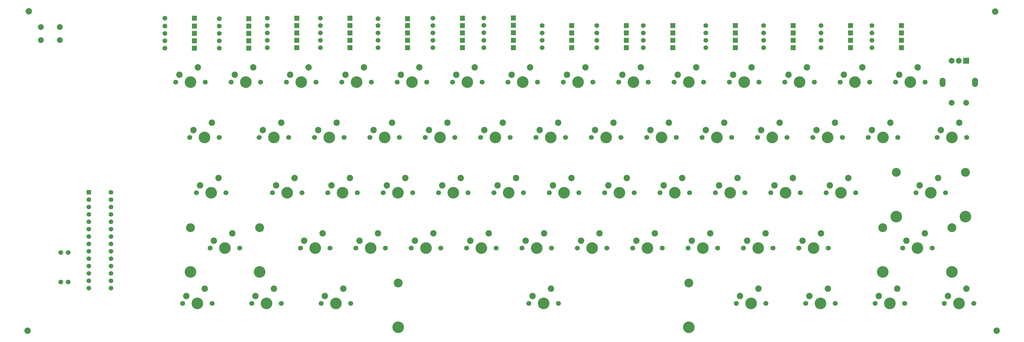
<source format=gbr>
%TF.GenerationSoftware,KiCad,Pcbnew,(7.0.0)*%
%TF.CreationDate,2023-12-21T18:15:09-08:00*%
%TF.ProjectId,Seeb61,53656562-3631-42e6-9b69-6361645f7063,rev?*%
%TF.SameCoordinates,Original*%
%TF.FileFunction,Soldermask,Top*%
%TF.FilePolarity,Negative*%
%FSLAX46Y46*%
G04 Gerber Fmt 4.6, Leading zero omitted, Abs format (unit mm)*
G04 Created by KiCad (PCBNEW (7.0.0)) date 2023-12-21 18:15:09*
%MOMM*%
%LPD*%
G01*
G04 APERTURE LIST*
%ADD10C,3.050000*%
%ADD11C,4.000000*%
%ADD12C,1.700000*%
%ADD13C,2.200000*%
%ADD14C,1.651000*%
%ADD15R,1.651000X1.651000*%
%ADD16R,1.600000X1.600000*%
%ADD17C,1.600000*%
%ADD18C,2.000000*%
%ADD19O,2.000000X3.200000*%
%ADD20R,2.000000X2.000000*%
G04 APERTURE END LIST*
D10*
%TO.C,MX22*%
X237236000Y-179705000D03*
D11*
X237236000Y-194945000D03*
D12*
X244056000Y-186705000D03*
D11*
X249136000Y-186705000D03*
D12*
X254216000Y-186705000D03*
D10*
X261036000Y-179705000D03*
D11*
X261036000Y-194945000D03*
D13*
X251676000Y-181625000D03*
X245326000Y-184165000D03*
%TD*%
D10*
%TO.C,MX55*%
X480060000Y-160655000D03*
D11*
X480060000Y-175895000D03*
D12*
X486880000Y-167655000D03*
D11*
X491960000Y-167655000D03*
D12*
X497040000Y-167655000D03*
D10*
X503860000Y-160655000D03*
D11*
X503860000Y-175895000D03*
D13*
X494500000Y-162575000D03*
X488150000Y-165115000D03*
%TD*%
D14*
%TO.C,D27*%
X320675000Y-110109000D03*
D15*
X330834999Y-110108999D03*
%TD*%
D12*
%TO.C,MX48*%
X470408000Y-148590000D03*
D11*
X475488000Y-148590000D03*
D12*
X480568000Y-148590000D03*
D13*
X478028000Y-143510000D03*
X471678000Y-146050000D03*
%TD*%
D12*
%TO.C,MX52*%
X417830000Y-167640000D03*
D11*
X422910000Y-167640000D03*
D12*
X427990000Y-167640000D03*
D13*
X425450000Y-162560000D03*
X419100000Y-165100000D03*
%TD*%
D14*
%TO.C,D69*%
X471678000Y-110109000D03*
D15*
X481837999Y-110108999D03*
%TD*%
D14*
%TO.C,D49*%
X393065000Y-110109000D03*
D15*
X403224999Y-110108999D03*
%TD*%
D14*
%TO.C,D46*%
X393065000Y-117729000D03*
D15*
X403224999Y-117728999D03*
%TD*%
D12*
%TO.C,MX8*%
X236982000Y-148590000D03*
D11*
X242062000Y-148590000D03*
D12*
X247142000Y-148590000D03*
D13*
X244602000Y-143510000D03*
X238252000Y-146050000D03*
%TD*%
D14*
%TO.C,D38*%
X358267000Y-112649000D03*
D15*
X368426999Y-112648999D03*
%TD*%
D12*
%TO.C,MX45*%
X413258000Y-148590000D03*
D11*
X418338000Y-148590000D03*
D12*
X423418000Y-148590000D03*
D13*
X420878000Y-143510000D03*
X414528000Y-146050000D03*
%TD*%
D12*
%TO.C,MX11*%
X298958000Y-148590000D03*
D11*
X304038000Y-148590000D03*
D12*
X309118000Y-148590000D03*
D13*
X306578000Y-143510000D03*
X300228000Y-146050000D03*
%TD*%
D14*
%TO.C,D9*%
X247142000Y-115316000D03*
D15*
X257301999Y-115315999D03*
%TD*%
D12*
%TO.C,MX34*%
X448945000Y-205740000D03*
D11*
X454025000Y-205740000D03*
D12*
X459105000Y-205740000D03*
D13*
X456565000Y-200660000D03*
X450215000Y-203200000D03*
%TD*%
D12*
%TO.C,MX9*%
X260858000Y-148590000D03*
D11*
X265938000Y-148590000D03*
D12*
X271018000Y-148590000D03*
D13*
X268478000Y-143510000D03*
X262128000Y-146050000D03*
%TD*%
D12*
%TO.C,MX62*%
X496570000Y-205740000D03*
D11*
X501650000Y-205740000D03*
D12*
X506730000Y-205740000D03*
D13*
X504190000Y-200660000D03*
X497840000Y-203200000D03*
%TD*%
D12*
%TO.C,MX51*%
X398780000Y-167640000D03*
D11*
X403860000Y-167640000D03*
D12*
X408940000Y-167640000D03*
D13*
X406400000Y-162560000D03*
X400050000Y-165100000D03*
%TD*%
D14*
%TO.C,D26*%
X301752000Y-110109000D03*
D15*
X311911999Y-110108999D03*
%TD*%
D14*
%TO.C,D29*%
X228473000Y-107569000D03*
D15*
X238632999Y-107568999D03*
%TD*%
D14*
%TO.C,D44*%
X377063000Y-110109000D03*
D15*
X387222999Y-110108999D03*
%TD*%
D12*
%TO.C,MX21*%
X360680000Y-167640000D03*
D11*
X365760000Y-167640000D03*
D12*
X370840000Y-167640000D03*
D13*
X368300000Y-162560000D03*
X361950000Y-165100000D03*
%TD*%
D12*
%TO.C,MX18*%
X303530000Y-167640000D03*
D11*
X308610000Y-167640000D03*
D12*
X313690000Y-167640000D03*
D13*
X311150000Y-162560000D03*
X304800000Y-165100000D03*
%TD*%
D14*
%TO.C,D13*%
X320675000Y-115189000D03*
D15*
X330834999Y-115188999D03*
%TD*%
D14*
%TO.C,D67*%
X471678000Y-115189000D03*
D15*
X481837999Y-115188999D03*
%TD*%
D14*
%TO.C,D64*%
X454152000Y-110109000D03*
D15*
X464311999Y-110108999D03*
%TD*%
D12*
%TO.C,MX25*%
X313182000Y-186690000D03*
D11*
X318262000Y-186690000D03*
D12*
X323342000Y-186690000D03*
D13*
X320802000Y-181610000D03*
X314452000Y-184150000D03*
%TD*%
D14*
%TO.C,D15*%
X228473000Y-112776000D03*
D15*
X238632999Y-112775999D03*
%TD*%
D14*
%TO.C,D41*%
X377063000Y-117729000D03*
D15*
X387222999Y-117728999D03*
%TD*%
D12*
%TO.C,MX26*%
X332232000Y-186690000D03*
D11*
X337312000Y-186690000D03*
D12*
X342392000Y-186690000D03*
D13*
X339852000Y-181610000D03*
X333502000Y-184150000D03*
%TD*%
%TO.C,M2*%
X181610000Y-105156000D03*
%TD*%
D16*
%TO.C,U2*%
X202310999Y-167512999D03*
D17*
X202311000Y-170053000D03*
X202311000Y-172593000D03*
X202311000Y-175133000D03*
X202311000Y-177673000D03*
X202311000Y-180213000D03*
X202311000Y-182753000D03*
X202311000Y-185293000D03*
X202311000Y-187833000D03*
X202311000Y-190373000D03*
X202311000Y-192913000D03*
X202311000Y-195453000D03*
X202311000Y-197993000D03*
X202311000Y-200533000D03*
X209931000Y-200533000D03*
X209931000Y-197993000D03*
X209931000Y-195453000D03*
X209931000Y-192913000D03*
X209931000Y-190373000D03*
X209931000Y-187833000D03*
X209931000Y-185293000D03*
X209931000Y-182753000D03*
X209931000Y-180213000D03*
X209931000Y-177673000D03*
X209931000Y-175133000D03*
X209931000Y-172593000D03*
X209931000Y-170053000D03*
X209931000Y-167513000D03*
%TD*%
D14*
%TO.C,D5*%
X301752000Y-117729000D03*
D15*
X311911999Y-117728999D03*
%TD*%
D12*
%TO.C,MX57*%
X389382000Y-186690000D03*
D11*
X394462000Y-186690000D03*
D12*
X399542000Y-186690000D03*
D13*
X397002000Y-181610000D03*
X390652000Y-184150000D03*
%TD*%
D14*
%TO.C,D7*%
X338201000Y-117729000D03*
D15*
X348360999Y-117728999D03*
%TD*%
D12*
%TO.C,MX1*%
X232156000Y-129540000D03*
D11*
X237236000Y-129540000D03*
D12*
X242316000Y-129540000D03*
D13*
X239776000Y-124460000D03*
X233426000Y-127000000D03*
%TD*%
D12*
%TO.C,MX58*%
X408432000Y-186690000D03*
D11*
X413512000Y-186690000D03*
D12*
X418592000Y-186690000D03*
D13*
X416052000Y-181610000D03*
X409702000Y-184150000D03*
%TD*%
D14*
%TO.C,D6*%
X320675000Y-117729000D03*
D15*
X330834999Y-117728999D03*
%TD*%
D12*
%TO.C,MX41*%
X460756000Y-129540000D03*
D11*
X465836000Y-129540000D03*
D12*
X470916000Y-129540000D03*
D13*
X468376000Y-124460000D03*
X462026000Y-127000000D03*
%TD*%
D14*
%TO.C,D16*%
X247142000Y-112776000D03*
D15*
X257301999Y-112775999D03*
%TD*%
D12*
%TO.C,MX15*%
X239268000Y-167640000D03*
D11*
X244348000Y-167640000D03*
D12*
X249428000Y-167640000D03*
D13*
X246888000Y-162560000D03*
X240538000Y-165100000D03*
%TD*%
D12*
%TO.C,MX39*%
X422656000Y-129540000D03*
D11*
X427736000Y-129540000D03*
D12*
X432816000Y-129540000D03*
D13*
X430276000Y-124460000D03*
X423926000Y-127000000D03*
%TD*%
D12*
%TO.C,MX12*%
X318008000Y-148590000D03*
D11*
X323088000Y-148590000D03*
D12*
X328168000Y-148590000D03*
D13*
X325628000Y-143510000D03*
X319278000Y-146050000D03*
%TD*%
D14*
%TO.C,R1*%
X192659000Y-198374000D03*
X192659000Y-188214000D03*
%TD*%
D12*
%TO.C,MX6*%
X327406000Y-129540000D03*
D11*
X332486000Y-129540000D03*
D12*
X337566000Y-129540000D03*
D13*
X335026000Y-124460000D03*
X328676000Y-127000000D03*
%TD*%
D14*
%TO.C,D58*%
X434467000Y-112649000D03*
D15*
X444626999Y-112648999D03*
%TD*%
D18*
%TO.C,SW1*%
X185778000Y-110562000D03*
X192278000Y-110562000D03*
X185778000Y-115062000D03*
X192278000Y-115062000D03*
%TD*%
D12*
%TO.C,MX38*%
X403606000Y-129540000D03*
D11*
X408686000Y-129540000D03*
D12*
X413766000Y-129540000D03*
D13*
X411226000Y-124460000D03*
X404876000Y-127000000D03*
%TD*%
D14*
%TO.C,D66*%
X471678000Y-117729000D03*
D15*
X481837999Y-117728999D03*
%TD*%
D12*
%TO.C,MX13*%
X337058000Y-148590000D03*
D11*
X342138000Y-148590000D03*
D12*
X347218000Y-148590000D03*
D13*
X344678000Y-143510000D03*
X338328000Y-146050000D03*
%TD*%
D14*
%TO.C,D59*%
X434467000Y-110109000D03*
D15*
X444626999Y-110108999D03*
%TD*%
D14*
%TO.C,R2*%
X195199000Y-198374000D03*
X195199000Y-188214000D03*
%TD*%
%TO.C,D17*%
X263652000Y-112649000D03*
D15*
X273811999Y-112648999D03*
%TD*%
D13*
%TO.C,M2*%
X181229000Y-215138000D03*
%TD*%
D12*
%TO.C,MX3*%
X270256000Y-129540000D03*
D11*
X275336000Y-129540000D03*
D12*
X280416000Y-129540000D03*
D13*
X277876000Y-124460000D03*
X271526000Y-127000000D03*
%TD*%
D14*
%TO.C,D30*%
X247142000Y-107696000D03*
D15*
X257301999Y-107695999D03*
%TD*%
D12*
%TO.C,MX31*%
X282194000Y-205740000D03*
D11*
X287274000Y-205740000D03*
D12*
X292354000Y-205740000D03*
D13*
X289814000Y-200660000D03*
X283464000Y-203200000D03*
%TD*%
D14*
%TO.C,D25*%
X281940000Y-110109000D03*
D15*
X292099999Y-110108999D03*
%TD*%
D13*
%TO.C,M2*%
X514096000Y-105283000D03*
%TD*%
D14*
%TO.C,D42*%
X377063000Y-115189000D03*
D15*
X387222999Y-115188999D03*
%TD*%
D14*
%TO.C,D14*%
X338201000Y-115189000D03*
D15*
X348360999Y-115188999D03*
%TD*%
D12*
%TO.C,MX5*%
X308356000Y-129540000D03*
D11*
X313436000Y-129540000D03*
D12*
X318516000Y-129540000D03*
D13*
X315976000Y-124460000D03*
X309626000Y-127000000D03*
%TD*%
D14*
%TO.C,D54*%
X414528000Y-110109000D03*
D15*
X424687999Y-110108999D03*
%TD*%
D14*
%TO.C,D63*%
X454152000Y-112649000D03*
D15*
X464311999Y-112648999D03*
%TD*%
D12*
%TO.C,MX59*%
X427482000Y-186690000D03*
D11*
X432562000Y-186690000D03*
D12*
X437642000Y-186690000D03*
D13*
X435102000Y-181610000D03*
X428752000Y-184150000D03*
%TD*%
D14*
%TO.C,D12*%
X301752000Y-115189000D03*
D15*
X311911999Y-115188999D03*
%TD*%
D14*
%TO.C,D61*%
X454152000Y-117729000D03*
D15*
X464311999Y-117728999D03*
%TD*%
D14*
%TO.C,D34*%
X320675000Y-107569000D03*
D15*
X330834999Y-107568999D03*
%TD*%
D12*
%TO.C,MX40*%
X441706000Y-129540000D03*
D11*
X446786000Y-129540000D03*
D12*
X451866000Y-129540000D03*
D13*
X449326000Y-124460000D03*
X442976000Y-127000000D03*
%TD*%
D14*
%TO.C,D51*%
X414528000Y-117729000D03*
D15*
X424687999Y-117728999D03*
%TD*%
D12*
%TO.C,MX20*%
X341630000Y-167640000D03*
D11*
X346710000Y-167640000D03*
D12*
X351790000Y-167640000D03*
D13*
X349250000Y-162560000D03*
X342900000Y-165100000D03*
%TD*%
D14*
%TO.C,D39*%
X358267000Y-110109000D03*
D15*
X368426999Y-110108999D03*
%TD*%
D14*
%TO.C,D2*%
X247142000Y-117856000D03*
D15*
X257301999Y-117855999D03*
%TD*%
D14*
%TO.C,D48*%
X393065000Y-112649000D03*
D15*
X403224999Y-112648999D03*
%TD*%
D14*
%TO.C,D53*%
X414528000Y-112649000D03*
D15*
X424687999Y-112648999D03*
%TD*%
D14*
%TO.C,D47*%
X393065000Y-115189000D03*
D15*
X403224999Y-115188999D03*
%TD*%
D14*
%TO.C,D10*%
X263652000Y-115189000D03*
D15*
X273811999Y-115188999D03*
%TD*%
D19*
%TO.C,SW2*%
X507209999Y-129651999D03*
X496009999Y-129651999D03*
D20*
X504109999Y-122151999D03*
D18*
X499110000Y-122152000D03*
X501610000Y-122152000D03*
X499110000Y-136652000D03*
X504110000Y-136652000D03*
%TD*%
D14*
%TO.C,D11*%
X281940000Y-115189000D03*
D15*
X292099999Y-115188999D03*
%TD*%
D12*
%TO.C,MX14*%
X356108000Y-148590000D03*
D11*
X361188000Y-148590000D03*
D12*
X366268000Y-148590000D03*
D13*
X363728000Y-143510000D03*
X357378000Y-146050000D03*
%TD*%
D12*
%TO.C,MX2*%
X251206000Y-129540000D03*
D11*
X256286000Y-129540000D03*
D12*
X261366000Y-129540000D03*
D13*
X258826000Y-124460000D03*
X252476000Y-127000000D03*
%TD*%
D14*
%TO.C,D37*%
X358267000Y-115189000D03*
D15*
X368426999Y-115188999D03*
%TD*%
D12*
%TO.C,MX37*%
X384556000Y-129540000D03*
D11*
X389636000Y-129540000D03*
D12*
X394716000Y-129540000D03*
D13*
X392176000Y-124460000D03*
X385826000Y-127000000D03*
%TD*%
D12*
%TO.C,MX47*%
X451358000Y-148590000D03*
D11*
X456438000Y-148590000D03*
D12*
X461518000Y-148590000D03*
D13*
X458978000Y-143510000D03*
X452628000Y-146050000D03*
%TD*%
D12*
%TO.C,MX46*%
X432308000Y-148590000D03*
D11*
X437388000Y-148590000D03*
D12*
X442468000Y-148590000D03*
D13*
X439928000Y-143510000D03*
X433578000Y-146050000D03*
%TD*%
D12*
%TO.C,MX42*%
X479806000Y-129540000D03*
D11*
X484886000Y-129540000D03*
D12*
X489966000Y-129540000D03*
D13*
X487426000Y-124460000D03*
X481076000Y-127000000D03*
%TD*%
D12*
%TO.C,MX28*%
X370332000Y-186690000D03*
D11*
X375412000Y-186690000D03*
D12*
X380492000Y-186690000D03*
D13*
X377952000Y-181610000D03*
X371602000Y-184150000D03*
%TD*%
D12*
%TO.C,MX24*%
X294132000Y-186690000D03*
D11*
X299212000Y-186690000D03*
D12*
X304292000Y-186690000D03*
D13*
X301752000Y-181610000D03*
X295402000Y-184150000D03*
%TD*%
D12*
%TO.C,MX23*%
X275082000Y-186690000D03*
D11*
X280162000Y-186690000D03*
D12*
X285242000Y-186690000D03*
D13*
X282702000Y-181610000D03*
X276352000Y-184150000D03*
%TD*%
D14*
%TO.C,D21*%
X338201000Y-112522000D03*
D15*
X348360999Y-112521999D03*
%TD*%
D14*
%TO.C,D1*%
X228473000Y-117856000D03*
D15*
X238632999Y-117855999D03*
%TD*%
D12*
%TO.C,MX53*%
X436880000Y-167640000D03*
D11*
X441960000Y-167640000D03*
D12*
X447040000Y-167640000D03*
D13*
X444500000Y-162560000D03*
X438150000Y-165100000D03*
%TD*%
D14*
%TO.C,D43*%
X377063000Y-112649000D03*
D15*
X387222999Y-112648999D03*
%TD*%
D12*
%TO.C,MX29*%
X234569000Y-205740000D03*
D11*
X239649000Y-205740000D03*
D12*
X244729000Y-205740000D03*
D13*
X242189000Y-200660000D03*
X235839000Y-203200000D03*
%TD*%
D14*
%TO.C,D3*%
X263652000Y-117729000D03*
D15*
X273811999Y-117728999D03*
%TD*%
D12*
%TO.C,MX35*%
X472821000Y-205740000D03*
D11*
X477901000Y-205740000D03*
D12*
X482981000Y-205740000D03*
D13*
X480441000Y-200660000D03*
X474091000Y-203200000D03*
%TD*%
D14*
%TO.C,D32*%
X281940000Y-107569000D03*
D15*
X292099999Y-107568999D03*
%TD*%
D12*
%TO.C,MX49*%
X494157000Y-148590000D03*
D11*
X499237000Y-148590000D03*
D12*
X504317000Y-148590000D03*
D13*
X501777000Y-143510000D03*
X495427000Y-146050000D03*
%TD*%
D12*
%TO.C,MX27*%
X351282000Y-186690000D03*
D11*
X356362000Y-186690000D03*
D12*
X361442000Y-186690000D03*
D13*
X358902000Y-181610000D03*
X352552000Y-184150000D03*
%TD*%
D12*
%TO.C,MX54*%
X455930000Y-167640000D03*
D11*
X461010000Y-167640000D03*
D12*
X466090000Y-167640000D03*
D13*
X463550000Y-162560000D03*
X457200000Y-165100000D03*
%TD*%
D14*
%TO.C,D22*%
X228473000Y-110236000D03*
D15*
X238632999Y-110235999D03*
%TD*%
D14*
%TO.C,D20*%
X320675000Y-112649000D03*
D15*
X330834999Y-112648999D03*
%TD*%
D12*
%TO.C,MX36*%
X365506000Y-129540000D03*
D11*
X370586000Y-129540000D03*
D12*
X375666000Y-129540000D03*
D13*
X373126000Y-124460000D03*
X366776000Y-127000000D03*
%TD*%
D12*
%TO.C,MX50*%
X379730000Y-167640000D03*
D11*
X384810000Y-167640000D03*
D12*
X389890000Y-167640000D03*
D13*
X387350000Y-162560000D03*
X381000000Y-165100000D03*
%TD*%
D14*
%TO.C,D62*%
X454152000Y-115189000D03*
D15*
X464311999Y-115188999D03*
%TD*%
D14*
%TO.C,D52*%
X414528000Y-115189000D03*
D15*
X424687999Y-115188999D03*
%TD*%
D10*
%TO.C,MX61*%
X475437000Y-179705000D03*
D11*
X475437000Y-194945000D03*
D12*
X482257000Y-186705000D03*
D11*
X487337000Y-186705000D03*
D12*
X492417000Y-186705000D03*
D10*
X499237000Y-179705000D03*
D11*
X499237000Y-194945000D03*
D13*
X489877000Y-181625000D03*
X483527000Y-184165000D03*
%TD*%
D14*
%TO.C,D24*%
X263652000Y-110109000D03*
D15*
X273811999Y-110108999D03*
%TD*%
D12*
%TO.C,MX17*%
X284480000Y-167640000D03*
D11*
X289560000Y-167640000D03*
D12*
X294640000Y-167640000D03*
D13*
X292100000Y-162560000D03*
X285750000Y-165100000D03*
%TD*%
D14*
%TO.C,D8*%
X228473000Y-115316000D03*
D15*
X238632999Y-115315999D03*
%TD*%
D14*
%TO.C,D68*%
X471678000Y-112649000D03*
D15*
X481837999Y-112648999D03*
%TD*%
D14*
%TO.C,D57*%
X434467000Y-115189000D03*
D15*
X444626999Y-115188999D03*
%TD*%
D12*
%TO.C,MX4*%
X289306000Y-129540000D03*
D11*
X294386000Y-129540000D03*
D12*
X299466000Y-129540000D03*
D13*
X296926000Y-124460000D03*
X290576000Y-127000000D03*
%TD*%
D14*
%TO.C,D19*%
X301752000Y-112649000D03*
D15*
X311911999Y-112648999D03*
%TD*%
D12*
%TO.C,MX30*%
X258318000Y-205740000D03*
D11*
X263398000Y-205740000D03*
D12*
X268478000Y-205740000D03*
D13*
X265938000Y-200660000D03*
X259588000Y-203200000D03*
%TD*%
D14*
%TO.C,D33*%
X301752000Y-107696000D03*
D15*
X311911999Y-107695999D03*
%TD*%
D14*
%TO.C,D23*%
X247142000Y-110236000D03*
D15*
X257301999Y-110235999D03*
%TD*%
D14*
%TO.C,D4*%
X281940000Y-117729000D03*
D15*
X292099999Y-117728999D03*
%TD*%
D14*
%TO.C,D56*%
X434467000Y-117729000D03*
D15*
X444626999Y-117728999D03*
%TD*%
D12*
%TO.C,MX60*%
X446532000Y-186690000D03*
D11*
X451612000Y-186690000D03*
D12*
X456692000Y-186690000D03*
D13*
X454152000Y-181610000D03*
X447802000Y-184150000D03*
%TD*%
D14*
%TO.C,D28*%
X338201000Y-109982000D03*
D15*
X348360999Y-109981999D03*
%TD*%
D12*
%TO.C,MX33*%
X425069000Y-205740000D03*
D11*
X430149000Y-205740000D03*
D12*
X435229000Y-205740000D03*
D13*
X432689000Y-200660000D03*
X426339000Y-203200000D03*
%TD*%
D14*
%TO.C,D36*%
X358267000Y-117729000D03*
D15*
X368426999Y-117728999D03*
%TD*%
D12*
%TO.C,MX10*%
X279908000Y-148590000D03*
D11*
X284988000Y-148590000D03*
D12*
X290068000Y-148590000D03*
D13*
X287528000Y-143510000D03*
X281178000Y-146050000D03*
%TD*%
D12*
%TO.C,MX16*%
X265430000Y-167640000D03*
D11*
X270510000Y-167640000D03*
D12*
X275590000Y-167640000D03*
D13*
X273050000Y-162560000D03*
X266700000Y-165100000D03*
%TD*%
D12*
%TO.C,MX43*%
X375158000Y-148590000D03*
D11*
X380238000Y-148590000D03*
D12*
X385318000Y-148590000D03*
D13*
X382778000Y-143510000D03*
X376428000Y-146050000D03*
%TD*%
D14*
%TO.C,D18*%
X281940000Y-112649000D03*
D15*
X292099999Y-112648999D03*
%TD*%
D12*
%TO.C,MX19*%
X322580000Y-167640000D03*
D11*
X327660000Y-167640000D03*
D12*
X332740000Y-167640000D03*
D13*
X330200000Y-162560000D03*
X323850000Y-165100000D03*
%TD*%
D10*
%TO.C,MX32*%
X308737000Y-198755000D03*
D11*
X308737000Y-213995000D03*
D12*
X353657000Y-205755000D03*
D11*
X358737000Y-205755000D03*
D12*
X363817000Y-205755000D03*
D10*
X408737000Y-198755000D03*
D11*
X408737000Y-213995000D03*
D13*
X361277000Y-200675000D03*
X354927000Y-203215000D03*
%TD*%
D14*
%TO.C,D35*%
X338201000Y-107442000D03*
D15*
X348360999Y-107441999D03*
%TD*%
D12*
%TO.C,MX7*%
X346456000Y-129540000D03*
D11*
X351536000Y-129540000D03*
D12*
X356616000Y-129540000D03*
D13*
X354076000Y-124460000D03*
X347726000Y-127000000D03*
%TD*%
D14*
%TO.C,D31*%
X263652000Y-107569000D03*
D15*
X273811999Y-107568999D03*
%TD*%
D12*
%TO.C,MX44*%
X394208000Y-148590000D03*
D11*
X399288000Y-148590000D03*
D12*
X404368000Y-148590000D03*
D13*
X401828000Y-143510000D03*
X395478000Y-146050000D03*
%TD*%
%TO.C,M2*%
X514604000Y-215138000D03*
%TD*%
M02*

</source>
